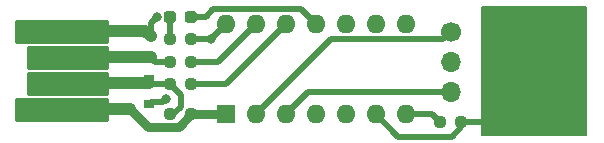
<source format=gbr>
%TF.GenerationSoftware,KiCad,Pcbnew,7.0.8*%
%TF.CreationDate,2023-10-28T23:36:24+09:00*%
%TF.ProjectId,cw_keyboard,63775f6b-6579-4626-9f61-72642e6b6963,rev?*%
%TF.SameCoordinates,Original*%
%TF.FileFunction,Copper,L1,Top*%
%TF.FilePolarity,Positive*%
%FSLAX46Y46*%
G04 Gerber Fmt 4.6, Leading zero omitted, Abs format (unit mm)*
G04 Created by KiCad (PCBNEW 7.0.8) date 2023-10-28 23:36:24*
%MOMM*%
%LPD*%
G01*
G04 APERTURE LIST*
G04 Aperture macros list*
%AMRoundRect*
0 Rectangle with rounded corners*
0 $1 Rounding radius*
0 $2 $3 $4 $5 $6 $7 $8 $9 X,Y pos of 4 corners*
0 Add a 4 corners polygon primitive as box body*
4,1,4,$2,$3,$4,$5,$6,$7,$8,$9,$2,$3,0*
0 Add four circle primitives for the rounded corners*
1,1,$1+$1,$2,$3*
1,1,$1+$1,$4,$5*
1,1,$1+$1,$6,$7*
1,1,$1+$1,$8,$9*
0 Add four rect primitives between the rounded corners*
20,1,$1+$1,$2,$3,$4,$5,0*
20,1,$1+$1,$4,$5,$6,$7,0*
20,1,$1+$1,$6,$7,$8,$9,0*
20,1,$1+$1,$8,$9,$2,$3,0*%
G04 Aperture macros list end*
%TA.AperFunction,ComponentPad*%
%ADD10C,1.700000*%
%TD*%
%TA.AperFunction,ComponentPad*%
%ADD11O,1.700000X1.700000*%
%TD*%
%TA.AperFunction,SMDPad,CuDef*%
%ADD12RoundRect,0.237500X-0.250000X-0.237500X0.250000X-0.237500X0.250000X0.237500X-0.250000X0.237500X0*%
%TD*%
%TA.AperFunction,SMDPad,CuDef*%
%ADD13RoundRect,0.237500X-0.287500X-0.237500X0.287500X-0.237500X0.287500X0.237500X-0.287500X0.237500X0*%
%TD*%
%TA.AperFunction,ComponentPad*%
%ADD14O,1.600000X1.600000*%
%TD*%
%TA.AperFunction,ComponentPad*%
%ADD15R,1.600000X1.600000*%
%TD*%
%TA.AperFunction,SMDPad,CuDef*%
%ADD16RoundRect,0.237500X0.250000X0.237500X-0.250000X0.237500X-0.250000X-0.237500X0.250000X-0.237500X0*%
%TD*%
%TA.AperFunction,SMDPad,CuDef*%
%ADD17RoundRect,0.200000X3.800000X-0.800000X3.800000X0.800000X-3.800000X0.800000X-3.800000X-0.800000X0*%
%TD*%
%TA.AperFunction,SMDPad,CuDef*%
%ADD18RoundRect,0.200000X3.300000X-0.800000X3.300000X0.800000X-3.300000X0.800000X-3.300000X-0.800000X0*%
%TD*%
%TA.AperFunction,SMDPad,CuDef*%
%ADD19R,0.900000X0.800000*%
%TD*%
%TA.AperFunction,ViaPad*%
%ADD20C,0.800000*%
%TD*%
%TA.AperFunction,Conductor*%
%ADD21C,0.800000*%
%TD*%
%TA.AperFunction,Conductor*%
%ADD22C,1.000000*%
%TD*%
%TA.AperFunction,Conductor*%
%ADD23C,0.500000*%
%TD*%
G04 APERTURE END LIST*
D10*
%TO.P,Y1,1,1*%
%TO.N,Net-(U1-XTAL1{slash}PB0)*%
X51435000Y-24130000D03*
D11*
%TO.P,Y1,2,2*%
%TO.N,GND*%
X51435000Y-26670000D03*
%TO.P,Y1,3,3*%
%TO.N,Net-(U1-XTAL2{slash}PB1)*%
X51435000Y-29210000D03*
%TD*%
D12*
%TO.P,R2,2*%
%TO.N,Net-(U1-PA1)*%
X29487500Y-28575000D03*
%TO.P,R2,1*%
%TO.N,Net-(D2-K)*%
X27662500Y-28575000D03*
%TD*%
D13*
%TO.P,D3,1,K*%
%TO.N,Net-(D3-K)*%
X27700000Y-22860000D03*
%TO.P,D3,2,A*%
%TO.N,Net-(D3-A)*%
X29450000Y-22860000D03*
%TD*%
D14*
%TO.P,U1,14,GND*%
%TO.N,GND*%
X32385000Y-23495000D03*
%TO.P,U1,13,AREF/PA0*%
%TO.N,Net-(U1-AREF{slash}PA0)*%
X34925000Y-23495000D03*
%TO.P,U1,12,PA1*%
%TO.N,Net-(U1-PA1)*%
X37465000Y-23495000D03*
%TO.P,U1,11,PA2*%
%TO.N,Net-(D3-A)*%
X40005000Y-23495000D03*
%TO.P,U1,10,PA3*%
%TO.N,unconnected-(U1-PA3-Pad10)*%
X42545000Y-23495000D03*
%TO.P,U1,9,PA4*%
%TO.N,unconnected-(U1-PA4-Pad9)*%
X45085000Y-23495000D03*
%TO.P,U1,8,PA5*%
%TO.N,unconnected-(U1-PA5-Pad8)*%
X47625000Y-23495000D03*
%TO.P,U1,7,PA6*%
%TO.N,Net-(U1-PA6)*%
X47625000Y-31115000D03*
%TO.P,U1,6,PA7*%
%TO.N,TOUCHPAD*%
X45085000Y-31115000D03*
%TO.P,U1,5,PB2*%
%TO.N,unconnected-(U1-PB2-Pad5)*%
X42545000Y-31115000D03*
%TO.P,U1,4,~{RESET}/PB3*%
%TO.N,unconnected-(U1-~{RESET}{slash}PB3-Pad4)*%
X40005000Y-31115000D03*
%TO.P,U1,3,XTAL2/PB1*%
%TO.N,Net-(U1-XTAL2{slash}PB1)*%
X37465000Y-31115000D03*
%TO.P,U1,2,XTAL1/PB0*%
%TO.N,Net-(U1-XTAL1{slash}PB0)*%
X34925000Y-31115000D03*
D15*
%TO.P,U1,1,VCC*%
%TO.N,VCC*%
X32385000Y-31115000D03*
%TD*%
D16*
%TO.P,R3,1*%
%TO.N,TOUCHPAD*%
X52347500Y-31750000D03*
%TO.P,R3,2*%
%TO.N,Net-(U1-PA6)*%
X50522500Y-31750000D03*
%TD*%
D17*
%TO.P,J1,4,GND*%
%TO.N,GND*%
X18505000Y-24200000D03*
D18*
%TO.P,J1,3,D+*%
%TO.N,Net-(D1-K)*%
X19005000Y-26400000D03*
%TO.P,J1,2,D-*%
%TO.N,Net-(D2-K)*%
X19005000Y-28600000D03*
D17*
%TO.P,J1,1,VBUS*%
%TO.N,VCC*%
X18505000Y-30800000D03*
%TD*%
D12*
%TO.P,R4,1*%
%TO.N,Net-(D3-K)*%
X27662500Y-24765000D03*
%TO.P,R4,2*%
%TO.N,GND*%
X29487500Y-24765000D03*
%TD*%
D16*
%TO.P,R5,2*%
%TO.N,Net-(D2-K)*%
X27662500Y-31115000D03*
%TO.P,R5,1*%
%TO.N,VCC*%
X29487500Y-31115000D03*
%TD*%
D19*
%TO.P,D2,2,A*%
%TO.N,GND*%
X25908000Y-30260000D03*
%TO.P,D2,1,K*%
%TO.N,Net-(D2-K)*%
X25908000Y-28160000D03*
%TD*%
D12*
%TO.P,R1,1*%
%TO.N,Net-(D1-K)*%
X27662500Y-26670000D03*
%TO.P,R1,2*%
%TO.N,Net-(U1-AREF{slash}PA0)*%
X29487500Y-26670000D03*
%TD*%
D19*
%TO.P,D1,1,K*%
%TO.N,Net-(D1-K)*%
X25908000Y-26450000D03*
%TO.P,D1,2,A*%
%TO.N,GND*%
X25908000Y-24350000D03*
%TD*%
D20*
%TO.N,GND*%
X27305000Y-29845000D03*
X31115000Y-24765000D03*
X26575500Y-22872325D03*
%TD*%
D21*
%TO.N,VCC*%
X24320000Y-30670000D02*
X25840000Y-32190000D01*
X25840000Y-32190000D02*
X28412500Y-32190000D01*
X28412500Y-32190000D02*
X29487500Y-31115000D01*
D22*
X24320000Y-30670000D02*
X18635000Y-30670000D01*
D21*
X32385000Y-31115000D02*
X29487500Y-31115000D01*
D22*
X18635000Y-30670000D02*
X18505000Y-30800000D01*
D23*
%TO.N,Net-(U1-XTAL1{slash}PB0)*%
X50820000Y-24745000D02*
X41295000Y-24745000D01*
X51435000Y-24130000D02*
X50820000Y-24745000D01*
X41295000Y-24745000D02*
X34925000Y-31115000D01*
%TO.N,Net-(U1-XTAL2{slash}PB1)*%
X51435000Y-29210000D02*
X39370000Y-29210000D01*
X39370000Y-29210000D02*
X37465000Y-31115000D01*
%TO.N,TOUCHPAD*%
X46990000Y-33020000D02*
X45085000Y-31115000D01*
X52347500Y-31750000D02*
X52347500Y-32225000D01*
X51552500Y-33020000D02*
X46990000Y-33020000D01*
X52347500Y-32225000D02*
X51552500Y-33020000D01*
X52347500Y-31750000D02*
X54610000Y-31750000D01*
%TO.N,Net-(U1-PA6)*%
X47625000Y-31115000D02*
X49887500Y-31115000D01*
X49887500Y-31115000D02*
X50522500Y-31750000D01*
%TO.N,Net-(D3-A)*%
X31355000Y-22225000D02*
X38735000Y-22225000D01*
X29450000Y-22860000D02*
X30720000Y-22860000D01*
X38735000Y-22225000D02*
X40005000Y-23495000D01*
X30720000Y-22860000D02*
X31355000Y-22225000D01*
%TO.N,Net-(U1-PA1)*%
X32385000Y-28575000D02*
X37465000Y-23495000D01*
X29487500Y-28575000D02*
X32385000Y-28575000D01*
%TO.N,Net-(U1-AREF{slash}PA0)*%
X34925000Y-23495000D02*
X31750000Y-26670000D01*
X31750000Y-26670000D02*
X29487500Y-26670000D01*
%TO.N,GND*%
X29487500Y-24765000D02*
X31115000Y-24765000D01*
D22*
X18635000Y-24070000D02*
X25580000Y-24070000D01*
D23*
X31115000Y-24765000D02*
X32385000Y-23495000D01*
X26035000Y-23412825D02*
X26575500Y-22872325D01*
X27065000Y-30085000D02*
X27305000Y-29845000D01*
X26035000Y-24525000D02*
X26035000Y-23412825D01*
X26035000Y-30085000D02*
X27065000Y-30085000D01*
D22*
X18505000Y-24200000D02*
X18635000Y-24070000D01*
X25580000Y-24070000D02*
X26035000Y-24525000D01*
D23*
%TO.N,Net-(D1-K)*%
X27662500Y-26670000D02*
X26430000Y-26670000D01*
D22*
X19135000Y-26270000D02*
X19005000Y-26400000D01*
X26030000Y-26270000D02*
X19135000Y-26270000D01*
D23*
X26430000Y-26670000D02*
X26030000Y-26270000D01*
%TO.N,Net-(D2-K)*%
X27662500Y-28575000D02*
X28575000Y-29487500D01*
X28575000Y-30480000D02*
X27940000Y-31115000D01*
X25900000Y-28470000D02*
X26035000Y-28335000D01*
X27662500Y-28575000D02*
X26275000Y-28575000D01*
D22*
X19005000Y-28600000D02*
X19135000Y-28470000D01*
D23*
X27940000Y-31115000D02*
X27662500Y-31115000D01*
X26275000Y-28575000D02*
X26035000Y-28335000D01*
D22*
X19135000Y-28470000D02*
X25900000Y-28470000D01*
D23*
X28575000Y-29487500D02*
X28575000Y-30480000D01*
%TO.N,Net-(D3-K)*%
X27700000Y-22860000D02*
X27700000Y-24727500D01*
X27700000Y-24727500D02*
X27662500Y-24765000D01*
%TD*%
%TA.AperFunction,Conductor*%
%TO.N,TOUCHPAD*%
G36*
X62943039Y-22019685D02*
G01*
X62988794Y-22072489D01*
X63000000Y-22124000D01*
X63000000Y-32876000D01*
X62980315Y-32943039D01*
X62927511Y-32988794D01*
X62876000Y-33000000D01*
X54124000Y-33000000D01*
X54056961Y-32980315D01*
X54011206Y-32927511D01*
X54000000Y-32876000D01*
X54000000Y-22124000D01*
X54019685Y-22056961D01*
X54072489Y-22011206D01*
X54124000Y-22000000D01*
X62876000Y-22000000D01*
X62943039Y-22019685D01*
G37*
%TD.AperFunction*%
%TD*%
M02*

</source>
